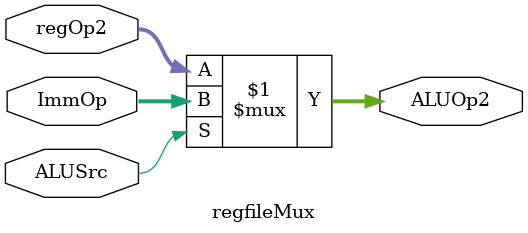
<source format=sv>

module regfileMux # (
    parameter Data_Width = 32

)(
    //Interface signals
    input logic [Data_Width-1:0] regOp2, //Output if mux select is 0
    input logic [Data_Width-1:0] ImmOp, //Output if mux select is 1
    input logic ALUSrc, //mux select
    output logic [Data_Width-1:0] ALUOp2 //2nd output of ALU
);

assign ALUOp2 = (ALUSrc) ? ImmOp:regOp2;

endmodule


</source>
